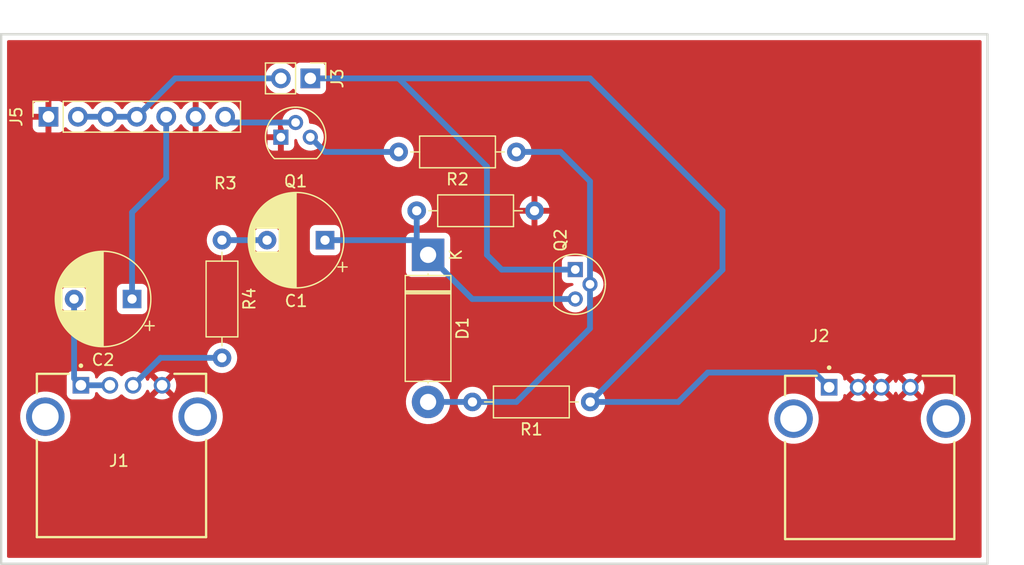
<source format=kicad_pcb>
(kicad_pcb (version 20211014) (generator pcbnew)
  (layers (0 "F.Cu" signal) (31 "B.Cu" signal) (34 "B.Paste" user) (35 "F.Paste" user) (36 "B.SilkS" user "B.Silkscreen") (37 "F.SilkS" user "F.Silkscreen") (38 "B.Mask" user) (39 "F.Mask" user) (44 "Edge.Cuts" user))
  (net 0 "")
  (net 1 "Net-(C1-Pad1)")
  (net 2 "Net-(C1-Pad2)")
  (net 3 "AUDIO L")
  (net 4 "Net-(D1-Pad2)")
  (net 5 "GNDREF")
  (net 6 "Net-(J1-PadS1)")
  (net 7 "+5V")
  (net 8 "Net-(J2-PadS1)")
  (net 9 "AUDIO")
  (net 10 "Net-(Q1-Pad3)")
  (net 11 "VIDEO OUT")
  (net 12 "VIDEO IN")
  (net 13 "Net-(J5-Pad2)")
  (footprint "Resistor_THT:R_Axial_DIN0207_L6.3mm_D2.5mm_P10.16mm_Horizontal" (layer "F.Cu") (at 121.92 91.44 -90)
    (fp_text reference "R4" (at 5.08 -2.37 90) (layer "F.SilkS"))
    (fp_text value "82?")
    (fp_line (start 1.04 0) (end 1.81 0) (layer "F.SilkS") (width 0.12))
    (fp_line (start 9.12 0) (end 8.35 0) (layer "F.SilkS") (width 0.12))
    (fp_line (start 8.35 1.37) (end 8.35 -1.37) (layer "F.SilkS") (width 0.12))
    (fp_line (start 1.81 1.37) (end 8.35 1.37) (layer "F.SilkS") (width 0.12))
    (fp_line (start 8.35 -1.37) (end 1.81 -1.37) (layer "F.SilkS") (width 0.12))
    (fp_line (start 1.81 -1.37) (end 1.81 1.37) (layer "F.SilkS") (width 0.12))
    (pad "1" thru_hole circle locked (at 0 0 270) (size 1.6 1.6) (drill 0.8) (layers *.Cu *.Mask) (net 2 "Net-(C1-Pad2)"))
    (pad "2" thru_hole oval locked (at 10.16 0 270) (size 1.6 1.6) (drill 0.8) (layers *.Cu *.Mask) (net 11 "VIDEO OUT"))
  )
  (footprint "Connector_PinSocket_2.54mm:PinSocket_1x07_P2.54mm_Vertical" (layer "F.Cu") (at 106.95 80.7825 90)
    (fp_text reference "J5" (at 0 -2.77 90) (layer "F.SilkS"))
    (fp_text value "Conn_01x07")
    (fp_line (start -1.33 16.57) (end 1.33 16.57) (layer "F.SilkS") (width 0.12))
    (fp_line (start 0 -1.33) (end 1.33 -1.33) (layer "F.SilkS") (width 0.12))
    (fp_line (start 1.33 -1.33) (end 1.33 0) (layer "F.SilkS") (width 0.12))
    (fp_line (start -1.33 1.27) (end 1.33 1.27) (layer "F.SilkS") (width 0.12))
    (fp_line (start -1.33 1.27) (end -1.33 16.57) (layer "F.SilkS") (width 0.12))
    (fp_line (start 1.33 1.27) (end 1.33 16.57) (layer "F.SilkS") (width 0.12))
    (pad "1" thru_hole rect locked (at 0 0 90) (size 1.7 1.7) (drill 1) (layers *.Cu *.Mask) (net 5 "GNDREF"))
    (pad "2" thru_hole oval locked (at 0 2.54 90) (size 1.7 1.7) (drill 1) (layers *.Cu *.Mask) (net 13 "Net-(J5-Pad2)"))
    (pad "3" thru_hole oval locked (at 0 5.08 90) (size 1.7 1.7) (drill 1) (layers *.Cu *.Mask) (net 13 "Net-(J5-Pad2)"))
    (pad "4" thru_hole oval locked (at 0 7.62 90) (size 1.7 1.7) (drill 1) (layers *.Cu *.Mask) (net 13 "Net-(J5-Pad2)"))
    (pad "5" thru_hole oval locked (at 0 10.16 90) (size 1.7 1.7) (drill 1) (layers *.Cu *.Mask) (net 9 "AUDIO"))
    (pad "6" thru_hole oval locked (at 0 12.7 90) (size 1.7 1.7) (drill 1) (layers *.Cu *.Mask) (net 5 "GNDREF"))
    (pad "7" thru_hole oval locked (at 0 15.24 90) (size 1.7 1.7) (drill 1) (layers *.Cu *.Mask) (net 12 "VIDEO IN"))
  )
  (footprint "Capacitor_THT:CP_Radial_D8.0mm_P5.00mm" (layer "F.Cu") (at 130.81 91.44 180)
    (fp_text reference "C1" (at 2.5 -5.25) (layer "F.SilkS"))
    (fp_text value "220µF")
    (fp_line (start 3.421 -3.976) (end 3.421 3.976) (layer "F.SilkS") (width 0.12))
    (fp_line (start 6.461 -1.098) (end 6.461 1.098) (layer "F.SilkS") (width 0.12))
    (fp_line (start -1.909698 -2.315) (end -1.109698 -2.315) (layer "F.SilkS") (width 0.12))
    (fp_line (start 5.101 -3.156) (end 5.101 -1.04) (layer "F.SilkS") (width 0.12))
    (fp_line (start 5.381 1.04) (end 5.381 2.907) (layer "F.SilkS") (width 0.12))
    (fp_line (start 6.061 -2.034) (end 6.061 2.034) (layer "F.SilkS") (width 0.12))
    (fp_line (start 6.301 -1.552) (end 6.301 1.552) (layer "F.SilkS") (width 0.12))
    (fp_line (start 4.541 1.04) (end 4.541 3.54) (layer "F.SilkS") (width 0.12))
    (fp_line (start 3.501 -3.957) (end 3.501 3.957) (layer "F.SilkS") (width 0.12))
    (fp_line (start 4.421 -3.606) (end 4.421 -1.04) (layer "F.SilkS") (width 0.12))
    (fp_line (start 3.06 -4.042) (end 3.06 4.042) (layer "F.SilkS") (width 0.12))
    (fp_line (start 5.421 1.04) (end 5.421 2.867) (layer "F.SilkS") (width 0.12))
    (fp_line (start 3.821 -3.863) (end 3.821 3.863) (layer "F.SilkS") (width 0.12))
    (fp_line (start -1.509698 -2.715) (end -1.509698 -1.915) (layer "F.SilkS") (width 0.12))
    (fp_line (start 5.941 1.04) (end 5.941 2.228) (layer "F.SilkS") (width 0.12))
    (fp_line (start 4.661 1.04) (end 4.661 3.469) (layer "F.SilkS") (width 0.12))
    (fp_line (start 3.301 -4.002) (end 3.301 4.002) (layer "F.SilkS") (width 0.12))
    (fp_line (start 5.701 1.04) (end 5.701 2.556) (layer "F.SilkS") (width 0.12))
    (fp_line (start 5.941 -2.228) (end 5.941 -1.04) (layer "F.SilkS") (width 0.12))
    (fp_line (start 2.86 -4.065) (end 2.86 4.065) (layer "F.SilkS") (width 0.12))
    (fp_line (start 3.981 -3.805) (end 3.981 -1.04) (layer "F.SilkS") (width 0.12))
    (fp_line (start 5.501 1.04) (end 5.501 2.784) (layer "F.SilkS") (width 0.12))
    (fp_line (start 5.701 -2.556) (end 5.701 -1.04) (layer "F.SilkS") (width 0.12))
    (fp_line (start 5.381 -2.907) (end 5.381 -1.04) (layer "F.SilkS") (width 0.12))
    (fp_line (start 5.181 -3.09) (end 5.181 -1.04) (layer "F.SilkS") (width 0.12))
    (fp_line (start 3.741 -3.889) (end 3.741 3.889) (layer "F.SilkS") (width 0.12))
    (fp_line (start 4.141 1.04) (end 4.141 3.74) (layer "F.SilkS") (width 0.12))
    (fp_line (start 5.021 -3.22) (end 5.021 -1.04) (layer "F.SilkS") (width 0.12))
    (fp_line (start 4.301 1.04) (end 4.301 3.666) (layer "F.SilkS") (width 0.12))
    (fp_line (start 5.781 -2.454) (end 5.781 -1.04) (layer "F.SilkS") (width 0.12))
    (fp_line (start 4.101 1.04) (end 4.101 3.757) (layer "F.SilkS") (width 0.12))
    (fp_line (start 2.98 -4.052) (end 2.98 4.052) (layer "F.SilkS") (width 0.12))
    (fp_line (start 4.941 1.04) (end 4.941 3.28) (layer "F.SilkS") (width 0.12))
    (fp_line (start 5.861 1.04) (end 5.861 2.345) (layer "F.SilkS") (width 0.12))
    (fp_line (start 5.501 -2.784) (end 5.501 -1.04) (layer "F.SilkS") (width 0.12))
    (fp_line (start 4.701 1.04) (end 4.701 3.444) (layer "F.SilkS") (width 0.12))
    (fp_line (start 4.061 -3.774) (end 4.061 -1.04) (layer "F.SilkS") (width 0.12))
    (fp_line (start 5.661 -2.604) (end 5.661 -1.04) (layer "F.SilkS") (width 0.12))
    (fp_line (start 4.741 -3.418) (end 4.741 -1.04) (layer "F.SilkS") (width 0.12))
    (fp_line (start 2.94 -4.057) (end 2.94 4.057) (layer "F.SilkS") (width 0.12))
    (fp_line (start 3.341 -3.994) (end 3.341 3.994) (layer "F.SilkS") (width 0.12))
    (fp_line (start 5.901 -2.287) (end 5.901 -1.04) (layer "F.SilkS") (width 0.12))
    (fp_line (start 4.301 -3.666) (end 4.301 -1.04) (layer "F.SilkS") (width 0.12))
    (fp_line (start 3.18 -4.024) (end 3.18 4.024) (layer "F.SilkS") (width 0.12))
    (fp_line (start 4.901 1.04) (end 4.901 3.309) (layer "F.SilkS") (width 0.12))
    (fp_line (start 4.381 1.04) (end 4.381 3.627) (layer "F.SilkS") (width 0.12))
    (fp_line (start 2.54 -4.08) (end 2.54 4.08) (layer "F.SilkS") (width 0.12))
    (fp_line (start 2.78 -4.071) (end 2.78 4.071) (layer "F.SilkS") (width 0.12))
    (fp_line (start 5.821 -2.4) (end 5.821 -1.04) (layer "F.SilkS") (width 0.12))
    (fp_line (start 5.141 -3.124) (end 5.141 -1.04) (layer "F.SilkS") (width 0.12))
    (fp_line (start 4.901 -3.309) (end 4.901 -1.04) (layer "F.SilkS") (width 0.12))
    (fp_line (start 3.661 -3.914) (end 3.661 3.914) (layer "F.SilkS") (width 0.12))
    (fp_line (start 5.101 1.04) (end 5.101 3.156) (layer "F.SilkS") (width 0.12))
    (fp_line (start 4.021 1.04) (end 4.021 3.79) (layer "F.SilkS") (width 0.12))
    (fp_line (start 4.421 1.04) (end 4.421 3.606) (layer "F.SilkS") (width 0.12))
    (fp_line (start 4.101 -3.757) (end 4.101 -1.04) (layer "F.SilkS") (width 0.12))
    (fp_line (start 5.461 1.04) (end 5.461 2.826) (layer "F.SilkS") (width 0.12))
    (fp_line (start 6.261 -1.645) (end 6.261 1.645) (layer "F.SilkS") (width 0.12))
    (fp_line (start 4.581 -3.517) (end 4.581 -1.04) (layer "F.SilkS") (width 0.12))
    (fp_line (start 5.181 1.04) (end 5.181 3.09) (layer "F.SilkS") (width 0.12))
    (fp_line (start 5.781 1.04) (end 5.781 2.454) (layer "F.SilkS") (width 0.12))
    (fp_line (start 4.341 -3.647) (end 4.341 -1.04) (layer "F.SilkS") (width 0.12))
    (fp_line (start 3.941 -3.821) (end 3.941 3.821) (layer "F.SilkS") (width 0.12))
    (fp_line (start 6.021 1.04) (end 6.021 2.102) (layer "F.SilkS") (width 0.12))
    (fp_line (start 5.421 -2.867) (end 5.421 -1.04) (layer "F.SilkS") (width 0.12))
    (fp_line (start 4.221 1.04) (end 4.221 3.704) (layer "F.SilkS") (width 0.12))
    (fp_line (start 5.621 -2.651) (end 5.621 -1.04) (layer "F.SilkS") (width 0.12))
    (fp_line (start 5.341 1.04) (end 5.341 2.945) (layer "F.SilkS") (width 0.12))
    (fp_line (start 5.301 1.04) (end 5.301 2.983) (layer "F.SilkS") (width 0.12))
    (fp_line (start 5.741 -2.505) (end 5.741 -1.04) (layer "F.SilkS") (width 0.12))
    (fp_line (start 5.861 -2.345) (end 5.861 -1.04) (layer "F.SilkS") (width 0.12))
    (fp_line (start 3.381 -3.985) (end 3.381 3.985) (layer "F.SilkS") (width 0.12))
    (fp_line (start 2.5 -4.08) (end 2.5 4.08) (layer "F.SilkS") (width 0.12))
    (fp_line (start 4.501 1.04) (end 4.501 3.562) (layer "F.SilkS") (width 0.12))
    (fp_line (start 6.421 -1.229) (end 6.421 1.229) (layer "F.SilkS") (width 0.12))
    (fp_line (start 3.14 -4.03) (end 3.14 4.03) (layer "F.SilkS") (width 0.12))
    (fp_line (start 2.66 -4.077) (end 2.66 4.077) (layer "F.SilkS") (width 0.12))
    (fp_line (start 2.74 -4.074) (end 2.74 4.074) (layer "F.SilkS") (width 0.12))
    (fp_line (start 4.541 -3.54) (end 4.541 -1.04) (layer "F.SilkS") (width 0.12))
    (fp_line (start 4.981 1.04) (end 4.981 3.25) (layer "F.SilkS") (width 0.12))
    (fp_line (start 4.981 -3.25) (end 4.981 -1.04) (layer "F.SilkS") (width 0.12))
    (fp_line (start 6.541 -0.768) (end 6.541 0.768) (layer "F.SilkS") (width 0.12))
    (fp_line (start 3.221 -4.017) (end 3.221 4.017) (layer "F.SilkS") (width 0.12))
    (fp_line (start 3.621 -3.925) (end 3.621 3.925) (layer "F.SilkS") (width 0.12))
    (fp_line (start 4.461 -3.584) (end 4.461 -1.04) (layer "F.SilkS") (width 0.12))
    (fp_line (start 2.58 -4.08) (end 2.58 4.08) (layer "F.SilkS") (width 0.12))
    (fp_line (start 4.221 -3.704) (end 4.221 -1.04) (layer "F.SilkS") (width 0.12))
    (fp_line (start 3.701 -3.902) (end 3.701 3.902) (layer "F.SilkS") (width 0.12))
    (fp_line (start 3.541 -3.947) (end 3.541 3.947) (layer "F.SilkS") (width 0.12))
    (fp_line (start 5.581 1.04) (end 5.581 2.697) (layer "F.SilkS") (width 0.12))
    (fp_line (start 4.821 1.04) (end 4.821 3.365) (layer "F.SilkS") (width 0.12))
    (fp_line (start 4.621 -3.493) (end 4.621 -1.04) (layer "F.SilkS") (width 0.12))
    (fp_line (start 6.021 -2.102) (end 6.021 -1.04) (layer "F.SilkS") (width 0.12))
    (fp_line (start 4.941 -3.28) (end 4.941 -1.04) (layer "F.SilkS") (width 0.12))
    (fp_line (start 4.181 -3.722) (end 4.181 -1.04) (layer "F.SilkS") (width 0.12))
    (fp_line (start 4.341 1.04) (end 4.341 3.647) (layer "F.SilkS") (width 0.12))
    (fp_line (start 6.381 -1.346) (end 6.381 1.346) (layer "F.SilkS") (width 0.12))
    (fp_line (start 6.181 -1.813) (end 6.181 1.813) (layer "F.SilkS") (width 0.12))
    (fp_line (start 4.261 -3.686) (end 4.261 -1.04) (layer "F.SilkS") (width 0.12))
    (fp_line (start 4.381 -3.627) (end 4.381 -1.04) (layer "F.SilkS") (width 0.12))
    (fp_line (start 6.501 -0.948) (end 6.501 0.948) (layer "F.SilkS") (width 0.12))
    (fp_line (start 4.181 1.04) (end 4.181 3.722) (layer "F.SilkS") (width 0.12))
    (fp_line (start 6.221 -1.731) (end 6.221 1.731) (layer "F.SilkS") (width 0.12))
    (fp_line (start 4.021 -3.79) (end 4.021 -1.04) (layer "F.SilkS") (width 0.12))
    (fp_line (start 4.821 -3.365) (end 4.821 -1.04) (layer "F.SilkS") (width 0.12))
    (fp_line (start 4.261 1.04) (end 4.261 3.686) (layer "F.SilkS") (width 0.12))
    (fp_line (start 2.82 -4.068) (end 2.82 4.068) (layer "F.SilkS") (width 0.12))
    (fp_line (start 4.861 -3.338) (end 4.861 -1.04) (layer "F.SilkS") (width 0.12))
    (fp_line (start 4.861 1.04) (end 4.861 3.338) (layer "F.SilkS") (width 0.12))
    (fp_line (start 5.541 -2.741) (end 5.541 -1.04) (layer "F.SilkS") (width 0.12))
    (fp_line (start 6.141 -1.89) (end 6.141 1.89) (layer "F.SilkS") (width 0.12))
    (fp_line (start 3.02 -4.048) (end 3.02 4.048) (layer "F.SilkS") (width 0.12))
    (fp_line (start 4.701 -3.444) (end 4.701 -1.04) (layer "F.SilkS") (width 0.12))
    (fp_line (start 4.061 1.04) (end 4.061 3.774) (layer "F.SilkS") (width 0.12))
    (fp_line (start 2.7 -4.076) (end 2.7 4.076) (layer "F.SilkS") (width 0.12))
    (fp_line (start 4.661 -3.469) (end 4.661 -1.04) (layer "F.SilkS") (width 0.12))
    (fp_line (start 5.221 -3.055) (end 5.221 -1.04) (layer "F.SilkS") (width 0.12))
    (fp_line (start 5.661 1.04) (end 5.661 2.604) (layer "F.SilkS") (width 0.12))
    (fp_line (start 4.461 1.04) (end 4.461 3.584) (layer "F.SilkS") (width 0.12))
    (fp_line (start 6.101 -1.964) (end 6.101 1.964) (layer "F.SilkS") (width 0.12))
    (fp_line (start 5.901 1.04) (end 5.901 2.287) (layer "F.SilkS") (width 0.12))
    (fp_line (start 4.501 -3.562) (end 4.501 -1.04) (layer "F.SilkS") (width 0.12))
    (fp_line (start 5.261 1.04) (end 5.261 3.019) (layer "F.SilkS") (width 0.12))
    (fp_line (start 5.981 -2.166) (end 5.981 -1.04) (layer "F.SilkS") (width 0.12))
    (fp_line (start 3.261 -4.01) (end 3.261 4.01) (layer "F.SilkS") (width 0.12))
    (fp_line (start 4.621 1.04) (end 4.621 3.493) (layer "F.SilkS") (width 0.12))
    (fp_line (start 2.9 -4.061) (end 2.9 4.061) (layer "F.SilkS") (width 0.12))
    (fp_line (start 5.261 -3.019) (end 5.261 -1.04) (layer "F.SilkS") (width 0.12))
    (fp_line (start 4.581 1.04) (end 4.581 3.517) (layer "F.SilkS") (width 0.12))
    (fp_line (start 4.141 -3.74) (end 4.141 -1.04) (layer "F.SilkS") (width 0.12))
    (fp_line (start 5.541 1.04) (end 5.541 2.741) (layer "F.SilkS") (width 0.12))
    (fp_line (start 4.781 -3.392) (end 4.781 -1.04) (layer "F.SilkS") (width 0.12))
    (fp_line (start 5.461 -2.826) (end 5.461 -1.04) (layer "F.SilkS") (width 0.12))
    (fp_line (start 3.461 -3.967) (end 3.461 3.967) (layer "F.SilkS") (width 0.12))
    (fp_line (start 6.341 -1.453) (end 6.341 1.453) (layer "F.SilkS") (width 0.12))
    (fp_line (start 3.1 -4.037) (end 3.1 4.037) (layer "F.SilkS") (width 0.12))
    (fp_line (start 5.981 1.04) (end 5.981 2.166) (layer "F.SilkS") (width 0.12))
    (fp_line (start 5.221 1.04) (end 5.221 3.055) (layer "F.SilkS") (width 0.12))
    (fp_line (start 5.821 1.04) (end 5.821 2.4) (layer "F.SilkS") (width 0.12))
    (fp_line (start 3.581 -3.936) (end 3.581 3.936) (layer "F.SilkS") (width 0.12))
    (fp_line (start 5.301 -2.983) (end 5.301 -1.04) (layer "F.SilkS") (width 0.12))
    (fp_line (start 6.581 -0.533) (end 6.581 0.533) (layer "F.SilkS") (width 0.12))
    (fp_line (start 5.061 1.04) (end 5.061 3.189) (layer "F.SilkS") (width 0.12))
    (fp_line (start 5.741 1.04) (end 5.741 2.505) (layer "F.SilkS") (width 0.12))
    (fp_line (start 5.621 1.04) (end 5.621 2.651) (layer "F.SilkS") (width 0.12))
    (fp_line (start 3.981 1.04) (end 3.981 3.805) (layer "F.SilkS") (width 0.12))
    (fp_line (start 5.581 -2.697) (end 5.581 -1.04) (layer "F.SilkS") (width 0.12))
    (fp_line (start 5.141 1.04) (end 5.141 3.124) (layer "F.SilkS") (width 0.12))
    (fp_line (start 2.62 -4.079) (end 2.62 4.079) (layer "F.SilkS") (width 0.12))
    (fp_line (start 5.341 -2.945) (end 5.341 -1.04) (layer "F.SilkS") (width 0.12))
    (fp_line (start 4.781 1.04) (end 4.781 3.392) (layer "F.SilkS") (width 0.12))
    (fp_line (start 5.061 -3.189) (end 5.061 -1.04) (layer "F.SilkS") (width 0.12))
    (fp_line (start 3.781 -3.877) (end 3.781 3.877) (layer "F.SilkS") (width 0.12))
    (fp_line (start 4.741 1.04) (end 4.741 3.418) (layer "F.SilkS") (width 0.12))
    (fp_line (start 3.901 -3.835) (end 3.901 3.835) (layer "F.SilkS") (width 0.12))
    (fp_line (start 5.021 1.04) (end 5.021 3.22) (layer "F.SilkS") (width 0.12))
    (fp_line (start 3.861 -3.85) (end 3.861 3.85) (layer "F.SilkS") (width 0.12))
    (fp_circle (center 2.5 0) (end 6.62 0) (layer "F.SilkS") (width 0.12) (fill none))
    (pad "1" thru_hole rect locked (at 0 0 180) (size 1.6 1.6) (drill 0.8) (layers *.Cu *.Mask) (net 1 "Net-(C1-Pad1)"))
    (pad "2" thru_hole circle locked (at 5 0 180) (size 1.6 1.6) (drill 0.8) (layers *.Cu *.Mask) (net 2 "Net-(C1-Pad2)"))
  )
  (footprint "Resistor_THT:R_Axial_DIN0207_L6.3mm_D2.5mm_P10.16mm_Horizontal" (layer "F.Cu") (at 138.72 88.9)
    (fp_text reference "R3" (at -16.51 -2.37) (layer "F.SilkS"))
    (fp_text value "68")
    (fp_line (start 8.35 1.37) (end 8.35 -1.37) (layer "F.SilkS") (width 0.12))
    (fp_line (start 1.81 -1.37) (end 1.81 1.37) (layer "F.SilkS") (width 0.12))
    (fp_line (start 9.12 0) (end 8.35 0) (layer "F.SilkS") (width 0.12))
    (fp_line (start 1.81 1.37) (end 8.35 1.37) (layer "F.SilkS") (width 0.12))
    (fp_line (start 8.35 -1.37) (end 1.81 -1.37) (layer "F.SilkS") (width 0.12))
    (fp_line (start 1.04 0) (end 1.81 0) (layer "F.SilkS") (width 0.12))
    (pad "1" thru_hole circle locked (at 0 0) (size 1.6 1.6) (drill 0.8) (layers *.Cu *.Mask) (net 1 "Net-(C1-Pad1)"))
    (pad "2" thru_hole oval locked (at 10.16 0) (size 1.6 1.6) (drill 0.8) (layers *.Cu *.Mask) (net 5 "GNDREF"))
  )
  (footprint "USB-A-S-X-X-TH:SAMTEC_USB-A-S-X-X-TH" (layer "F.Cu") (at 177.8 106.85)
    (fp_text reference "J2" (at -4.325 -7.135) (layer "F.SilkS"))
    (fp_text value "USB-A-S-X-X-TH")
    (fp_line (start -7.3 -3.7) (end -4.565 -3.7) (layer "F.SilkS") (width 0.2))
    (fp_line (start -7.3 10.4) (end -7.3 2.01) (layer "F.SilkS") (width 0.2))
    (fp_line (start -7.3 -2.01) (end -7.3 -3.7) (layer "F.SilkS") (width 0.2))
    (fp_line (start 7.3 2.01) (end 7.3 10.4) (layer "F.SilkS") (width 0.2))
    (fp_line (start 7.3 -3.7) (end 7.3 -2.01) (layer "F.SilkS") (width 0.2))
    (fp_line (start 7.3 10.4) (end -7.3 10.4) (layer "F.SilkS") (width 0.2))
    (fp_line (start 4.565 -3.7) (end 7.3 -3.7) (layer "F.SilkS") (width 0.2))
    (fp_circle (center -3.5 -4.4) (end -3.4 -4.4) (layer "F.SilkS") (width 0.2) (fill none))
    (pad "01" thru_hole rect locked (at -3.5 -2.71) (size 1.428 1.428) (drill 0.92) (layers *.Cu *.Mask) (net 7 "+5V"))
    (pad "02" thru_hole circle locked (at -1 -2.71) (size 1.428 1.428) (drill 0.92) (layers *.Cu *.Mask) (net 5 "GNDREF"))
    (pad "03" thru_hole circle locked (at 1 -2.71) (size 1.428 1.428) (drill 0.92) (layers *.Cu *.Mask) (net 5 "GNDREF"))
    (pad "04" thru_hole circle locked (at 3.5 -2.71) (size 1.428 1.428) (drill 0.92) (layers *.Cu *.Mask) (net 5 "GNDREF"))
    (pad "S1" thru_hole circle locked (at -6.57 0) (size 3.316 3.316) (drill 2.3) (layers *.Cu *.Mask) (net 8 "Net-(J2-PadS1)"))
    (pad "S2" thru_hole circle locked (at 6.57 0) (size 3.316 3.316) (drill 2.3) (layers *.Cu *.Mask) (net 8 "Net-(J2-PadS1)"))
  )
  (footprint "Capacitor_THT:CP_Radial_D8.0mm_P5.00mm" (layer "F.Cu") (at 114.162651 96.52 180)
    (fp_text reference "C2" (at 2.5 -5.25) (layer "F.SilkS"))
    (fp_text value "47µF")
    (fp_line (start 5.581 -2.697) (end 5.581 -1.04) (layer "F.SilkS") (width 0.12))
    (fp_line (start 3.301 -4.002) (end 3.301 4.002) (layer "F.SilkS") (width 0.12))
    (fp_line (start 4.541 -3.54) (end 4.541 -1.04) (layer "F.SilkS") (width 0.12))
    (fp_line (start 6.581 -0.533) (end 6.581 0.533) (layer "F.SilkS") (width 0.12))
    (fp_line (start 5.221 -3.055) (end 5.221 -1.04) (layer "F.SilkS") (width 0.12))
    (fp_line (start 4.901 1.04) (end 4.901 3.309) (layer "F.SilkS") (width 0.12))
    (fp_line (start 5.701 1.04) (end 5.701 2.556) (layer "F.SilkS") (width 0.12))
    (fp_line (start 5.061 -3.189) (end 5.061 -1.04) (layer "F.SilkS") (width 0.12))
    (fp_line (start 3.02 -4.048) (end 3.02 4.048) (layer "F.SilkS") (width 0.12))
    (fp_line (start 5.461 -2.826) (end 5.461 -1.04) (layer "F.SilkS") (width 0.12))
    (fp_line (start 6.301 -1.552) (end 6.301 1.552) (layer "F.SilkS") (width 0.12))
    (fp_line (start 2.82 -4.068) (end 2.82 4.068) (layer "F.SilkS") (width 0.12))
    (fp_line (start 5.621 -2.651) (end 5.621 -1.04) (layer "F.SilkS") (width 0.12))
    (fp_line (start 4.221 1.04) (end 4.221 3.704) (layer "F.SilkS") (width 0.12))
    (fp_line (start 6.341 -1.453) (end 6.341 1.453) (layer "F.SilkS") (width 0.12))
    (fp_line (start 5.541 -2.741) (end 5.541 -1.04) (layer "F.SilkS") (width 0.12))
    (fp_line (start 4.261 1.04) (end 4.261 3.686) (layer "F.SilkS") (width 0.12))
    (fp_line (start 6.021 1.04) (end 6.021 2.102) (layer "F.SilkS") (width 0.12))
    (fp_line (start 4.341 1.04) (end 4.341 3.647) (layer "F.SilkS") (width 0.12))
    (fp_line (start 5.421 1.04) (end 5.421 2.867) (layer "F.SilkS") (width 0.12))
    (fp_line (start 4.301 1.04) (end 4.301 3.666) (layer "F.SilkS") (width 0.12))
    (fp_line (start 3.941 -3.821) (end 3.941 3.821) (layer "F.SilkS") (width 0.12))
    (fp_line (start 4.981 -3.25) (end 4.981 -1.04) (layer "F.SilkS") (width 0.12))
    (fp_line (start 5.421 -2.867) (end 5.421 -1.04) (layer "F.SilkS") (width 0.12))
    (fp_line (start 5.901 -2.287) (end 5.901 -1.04) (layer "F.SilkS") (width 0.12))
    (fp_line (start 2.66 -4.077) (end 2.66 4.077) (layer "F.SilkS") (width 0.12))
    (fp_line (start 5.101 1.04) (end 5.101 3.156) (layer "F.SilkS") (width 0.12))
    (fp_line (start 3.821 -3.863) (end 3.821 3.863) (layer "F.SilkS") (width 0.12))
    (fp_line (start 5.821 1.04) (end 5.821 2.4) (layer "F.SilkS") (width 0.12))
    (fp_line (start 5.981 1.04) (end 5.981 2.166) (layer "F.SilkS") (width 0.12))
    (fp_line (start 5.381 -2.907) (end 5.381 -1.04) (layer "F.SilkS") (width 0.12))
    (fp_line (start 5.861 -2.345) (end 5.861 -1.04) (layer "F.SilkS") (width 0.12))
    (fp_line (start 3.461 -3.967) (end 3.461 3.967) (layer "F.SilkS") (width 0.12))
    (fp_line (start 5.101 -3.156) (end 5.101 -1.04) (layer "F.SilkS") (width 0.12))
    (fp_line (start 3.621 -3.925) (end 3.621 3.925) (layer "F.SilkS") (width 0.12))
    (fp_line (start 4.741 1.04) (end 4.741 3.418) (layer "F.SilkS") (width 0.12))
    (fp_line (start 4.781 1.04) (end 4.781 3.392) (layer "F.SilkS") (width 0.12))
    (fp_line (start 5.381 1.04) (end 5.381 2.907) (layer "F.SilkS") (width 0.12))
    (fp_line (start 4.701 1.04) (end 4.701 3.444) (layer "F.SilkS") (width 0.12))
    (fp_line (start 5.781 1.04) (end 5.781 2.454) (layer "F.SilkS") (width 0.12))
    (fp_line (start 4.581 1.04) (end 4.581 3.517) (layer "F.SilkS") (width 0.12))
    (fp_line (start 6.541 -0.768) (end 6.541 0.768) (layer "F.SilkS") (width 0.12))
    (fp_line (start 3.541 -3.947) (end 3.541 3.947) (layer "F.SilkS") (width 0.12))
    (fp_line (start 4.661 1.04) (end 4.661 3.469) (layer "F.SilkS") (width 0.12))
    (fp_line (start 4.181 -3.722) (end 4.181 -1.04) (layer "F.SilkS") (width 0.12))
    (fp_line (start 2.5 -4.08) (end 2.5 4.08) (layer "F.SilkS") (width 0.12))
    (fp_line (start 2.74 -4.074) (end 2.74 4.074) (layer "F.SilkS") (width 0.12))
    (fp_line (start -1.909698 -2.315) (end -1.109698 -2.315) (layer "F.SilkS") (width 0.12))
    (fp_line (start 2.98 -4.052) (end 2.98 4.052) (layer "F.SilkS") (width 0.12))
    (fp_line (start 6.021 -2.102) (end 6.021 -1.04) (layer "F.SilkS") (width 0.12))
    (fp_line (start 6.181 -1.813) (end 6.181 1.813) (layer "F.SilkS") (width 0.12))
    (fp_line (start 6.101 -1.964) (end 6.101 1.964) (layer "F.SilkS") (width 0.12))
    (fp_line (start 3.861 -3.85) (end 3.861 3.85) (layer "F.SilkS") (width 0.12))
    (fp_line (start 6.421 -1.229) (end 6.421 1.229) (layer "F.SilkS") (width 0.12))
    (fp_line (start 5.621 1.04) (end 5.621 2.651) (layer "F.SilkS") (width 0.12))
    (fp_line (start 5.261 1.04) (end 5.261 3.019) (layer "F.SilkS") (width 0.12))
    (fp_line (start 6.381 -1.346) (end 6.381 1.346) (layer "F.SilkS") (width 0.12))
    (fp_line (start 3.701 -3.902) (end 3.701 3.902) (layer "F.SilkS") (width 0.12))
    (fp_line (start 4.541 1.04) (end 4.541 3.54) (layer "F.SilkS") (width 0.12))
    (fp_line (start 5.941 1.04) (end 5.941 2.228) (layer "F.SilkS") (width 0.12))
    (fp_line (start 5.501 -2.784) (end 5.501 -1.04) (layer "F.SilkS") (width 0.12))
    (fp_line (start 5.861 1.04) (end 5.861 2.345) (layer "F.SilkS") (width 0.12))
    (fp_line (start 4.821 -3.365) (end 4.821 -1.04) (layer "F.SilkS") (width 0.12))
    (fp_line (start 2.9 -4.061) (end 2.9 4.061) (layer "F.SilkS") (width 0.12))
    (fp_line (start 6.461 -1.098) (end 6.461 1.098) (layer "F.SilkS") (width 0.12))
    (fp_line (start 4.381 -3.627) (end 4.381 -1.04) (layer "F.SilkS") (width 0.12))
    (fp_line (start 4.661 -3.469) (end 4.661 -1.04) (layer "F.SilkS") (width 0.12))
    (fp_line (start 3.18 -4.024) (end 3.18 4.024) (layer "F.SilkS") (width 0.12))
    (fp_line (start 5.941 -2.228) (end 5.941 -1.04) (layer "F.SilkS") (width 0.12))
    (fp_line (start 4.941 1.04) (end 4.941 3.28) (layer "F.SilkS") (width 0.12))
    (fp_line (start 5.301 1.04) (end 5.301 2.983) (layer "F.SilkS") (width 0.12))
    (fp_line (start 2.86 -4.065) (end 2.86 4.065) (layer "F.SilkS") (width 0.12))
    (fp_line (start 3.06 -4.042) (end 3.06 4.042) (layer "F.SilkS") (width 0.12))
    (fp_line (start 5.301 -2.983) (end 5.301 -1.04) (layer "F.SilkS") (width 0.12))
    (fp_line (start 5.341 1.04) (end 5.341 2.945) (layer "F.SilkS") (width 0.12))
    (fp_line (start 5.661 -2.604) (end 5.661 -1.04) (layer "F.SilkS") (width 0.12))
    (fp_line (start 4.221 -3.704) (end 4.221 -1.04) (layer "F.SilkS") (width 0.12))
    (fp_line (start 5.981 -2.166) (end 5.981 -1.04) (layer "F.SilkS") (width 0.12))
    (fp_line (start 3.901 -3.835) (end 3.901 3.835) (layer "F.SilkS") (width 0.12))
    (fp_line (start 5.061 1.04) (end 5.061 3.189) (layer "F.SilkS") (width 0.12))
    (fp_line (start 4.421 -3.606) (end 4.421 -1.04) (layer "F.SilkS") (width 0.12))
    (fp_line (start 5.181 1.04) (end 5.181 3.09) (layer "F.SilkS") (width 0.12))
    (fp_line (start 4.621 1.04) (end 4.621 3.493) (layer "F.SilkS") (width 0.12))
    (fp_line (start 4.381 1.04) (end 4.381 3.627) (layer "F.SilkS") (width 0.12))
    (fp_line (start 4.861 -3.338) (end 4.861 -1.04) (layer "F.SilkS") (width 0.12))
    (fp_line (start 4.341 -3.647) (end 4.341 -1.04) (layer "F.SilkS") (width 0.12))
    (fp_line (start 5.581 1.04) (end 5.581 2.697) (layer "F.SilkS") (width 0.12))
    (fp_line (start 3.341 -3.994) (end 3.341 3.994) (layer "F.SilkS") (width 0.12))
    (fp_line (start 3.221 -4.017) (end 3.221 4.017) (layer "F.SilkS") (width 0.12))
    (fp_line (start 3.501 -3.957) (end 3.501 3.957) (layer "F.SilkS") (width 0.12))
    (fp_line (start 4.781 -3.392) (end 4.781 -1.04) (layer "F.SilkS") (width 0.12))
    (fp_line (start 5.821 -2.4) (end 5.821 -1.04) (layer "F.SilkS") (width 0.12))
    (fp_line (start 4.021 1.04) (end 4.021 3.79) (layer "F.SilkS") (width 0.12))
    (fp_line (start 6.501 -0.948) (end 6.501 0.948) (layer "F.SilkS") (width 0.12))
    (fp_line (start 2.58 -4.08) (end 2.58 4.08) (layer "F.SilkS") (width 0.12))
    (fp_line (start 3.581 -3.936) (end 3.581 3.936) (layer "F.SilkS") (width 0.12))
    (fp_line (start 6.221 -1.731) (end 6.221 1.731) (layer "F.SilkS") (width 0.12))
    (fp_line (start 4.021 -3.79) (end 4.021 -1.04) (layer "F.SilkS") (width 0.12))
    (fp_line (start 4.461 1.04) (end 4.461 3.584) (layer "F.SilkS") (width 0.12))
    (fp_line (start 3.661 -3.914) (end 3.661 3.914) (layer "F.SilkS") (width 0.12))
    (fp_line (start 5.781 -2.454) (end 5.781 -1.04) (layer "F.SilkS") (width 0.12))
    (fp_line (start 4.101 -3.757) (end 4.101 -1.04) (layer "F.SilkS") (width 0.12))
    (fp_line (start 5.901 1.04) (end 5.901 2.287) (layer "F.SilkS") (width 0.12))
    (fp_line (start 4.581 -3.517) (end 4.581 -1.04) (layer "F.SilkS") (width 0.12))
    (fp_line (start 5.221 1.04) (end 5.221 3.055) (layer "F.SilkS") (width 0.12))
    (fp_line (start 5.701 -2.556) (end 5.701 -1.04) (layer "F.SilkS") (width 0.12))
    (fp_line (start 5.461 1.04) (end 5.461 2.826) (layer "F.SilkS") (width 0.12))
    (fp_line (start 4.261 -3.686) (end 4.261 -1.04) (layer "F.SilkS") (width 0.12))
    (fp_line (start 2.94 -4.057) (end 2.94 4.057) (layer "F.SilkS") (width 0.12))
    (fp_line (start 2.78 -4.071) (end 2.78 4.071) (layer "F.SilkS") (width 0.12))
    (fp_line (start 6.261 -1.645) (end 6.261 1.645) (layer "F.SilkS") (width 0.12))
    (fp_line (start 2.7 -4.076) (end 2.7 4.076) (layer "F.SilkS") (width 0.12))
    (fp_line (start 5.501 1.04) (end 5.501 2.784) (layer "F.SilkS") (width 0.12))
    (fp_line (start 4.141 1.04) (end 4.141 3.74) (layer "F.SilkS") (width 0.12))
    (fp_line (start 4.741 -3.418) (end 4.741 -1.04) (layer "F.SilkS") (width 0.12))
    (fp_line (start 5.181 -3.09) (end 5.181 -1.04) (layer "F.SilkS") (width 0.12))
    (fp_line (start 4.061 -3.774) (end 4.061 -1.04) (layer "F.SilkS") (width 0.12))
    (fp_line (start 5.141 -3.124) (end 5.141 -1.04) (layer "F.SilkS") (width 0.12))
    (fp_line (start 4.421 1.04) (end 4.421 3.606) (layer "F.SilkS") (width 0.12))
    (fp_line (start 3.781 -3.877) (end 3.781 3.877) (layer "F.SilkS") (width 0.12))
    (fp_line (start 4.301 -3.666) (end 4.301 -1.04) (layer "F.SilkS") (width 0.12))
    (fp_line (start 4.501 1.04) (end 4.501 3.562) (layer "F.SilkS") (width 0.12))
    (fp_line (start 3.14 -4.03) (end 3.14 4.03) (layer "F.SilkS") (width 0.12))
    (fp_line (start 3.381 -3.985) (end 3.381 3.985) (layer "F.SilkS") (width 0.12))
    (fp_line (start 3.421 -3.976) (end 3.421 3.976) (layer "F.SilkS") (width 0.12))
    (fp_line (start 4.181 1.04) (end 4.181 3.722) (layer "F.SilkS") (width 0.12))
    (fp_line (start -1.509698 -2.715) (end -1.509698 -1.915) (layer "F.SilkS") (width 0.12))
    (fp_line (start 4.821 1.04) (end 4.821 3.365) (layer "F.SilkS") (width 0.12))
    (fp_line (start 5.741 -2.505) (end 5.741 -1.04) (layer "F.SilkS") (width 0.12))
    (fp_line (start 5.021 -3.22) (end 5.021 -1.04) (layer "F.SilkS") (width 0.12))
    (fp_line (start 6.141 -1.89) (end 6.141 1.89) (layer "F.SilkS") (width 0.12))
    (fp_line (start 4.901 -3.309) (end 4.901 -1.04) (layer "F.SilkS") (width 0.12))
    (fp_line (start 5.341 -2.945) (end 5.341 -1.04) (layer "F.SilkS") (width 0.12))
    (fp_line (start 6.061 -2.034) (end 6.061 2.034) (layer "F.SilkS") (width 0.12))
    (fp_line (start 2.54 -4.08) (end 2.54 4.08) (layer "F.SilkS") (width 0.12))
    (fp_line (start 5.021 1.04) (end 5.021 3.22) (layer "F.SilkS") (width 0.12))
    (fp_line (start 3.741 -3.889) (end 3.741 3.889) (layer "F.SilkS") (width 0.12))
    (fp_line (start 5.741 1.04) (end 5.741 2.505) (layer "F.SilkS") (width 0.12))
    (fp_line (start 4.461 -3.584) (end 4.461 -1.04) (layer "F.SilkS") (width 0.12))
    (fp_line (start 4.101 1.04) (end 4.101 3.757) (layer "F.SilkS") (width 0.12))
    (fp_line (start 3.261 -4.01) (end 3.261 4.01) (layer "F.SilkS") (width 0.12))
    (fp_line (start 4.621 -3.493) (end 4.621 -1.04) (layer "F.SilkS") (width 0.12))
    (fp_line (start 3.1 -4.037) (end 3.1 4.037) (layer "F.SilkS") (width 0.12))
    (fp_line (start 5.661 1.04) (end 5.661 2.604) (layer "F.SilkS") (width 0.12))
    (fp_line (start 5.541 1.04) (end 5.541 2.741) (layer "F.SilkS") (width 0.12))
    (fp_line (start 2.62 -4.079) (end 2.62 4.079) (layer "F.SilkS") (width 0.12))
    (fp_line (start 4.061 1.04) (end 4.061 3.774) (layer "F.SilkS") (width 0.12))
    (fp_line (start 4.141 -3.74) (end 4.141 -1.04) (layer "F.SilkS") (width 0.12))
    (fp_line (start 4.701 -3.444) (end 4.701 -1.04) (layer "F.SilkS") (width 0.12))
    (fp_line (start 4.941 -3.28) (end 4.941 -1.04) (layer "F.SilkS") (width 0.12))
    (fp_line (start 3.981 1.04) (end 3.981 3.805) (layer "F.SilkS") (width 0.12))
    (fp_line (start 4.501 -3.562) (end 4.501 -1.04) (layer "F.SilkS") (width 0.12))
    (fp_line (start 4.981 1.04) (end 4.981 3.25) (layer "F.SilkS") (width 0.12))
    (fp_line (start 3.981 -3.805) (end 3.981 -1.04) (layer "F.SilkS") (width 0.12))
    (fp_line (start 5.141 1.04) (end 5.141 3.124) (layer "F.SilkS") (width 0.12))
    (fp_line (start 4.861 1.04) (end 4.861 3.338) (layer "F.SilkS") (width 0.12))
    (fp_line (start 5.261 -3.019) (end 5.261 -1.04) (layer "F.SilkS") (width 0.12))
    (fp_circle (center 2.5 0) (end 6.62 0) (layer "F.SilkS") (width 0.12) (fill none))
    (pad "1" thru_hole rect locked (at 0 0 180) (size 1.6 1.6) (drill 0.8) (layers *.Cu *.Mask) (net 9 "AUDIO"))
    (pad "2" thru_hole circle locked (at 5 0 180) (size 1.6 1.6) (drill 0.8) (layers *.Cu *.Mask) (net 3 "AUDIO L"))
  )
  (footprint "Diode_THT:D_5W_P12.70mm_Horizontal" (layer "F.Cu") (at 139.7 92.71 -90)
    (fp_text reference "D1" (at 6.35 -2.97 90) (layer "F.SilkS"))
    (fp_text value "DIODE")
    (fp_text user "K" (at 0 -2.4 90) (layer "F.SilkS"))
    (fp_line (start 3.115 -1.97) (end 3.115 1.97) (layer "F.SilkS") (width 0.12))
    (fp_line (start 3.355 -1.97) (end 3.355 1.97) (layer "F.SilkS") (width 0.12))
    (fp_line (start 11.06 0) (end 10.92 0) (layer "F.SilkS") (width 0.12))
    (fp_line (start 10.92 -1.97) (end 1.78 -1.97) (layer "F.SilkS") (width 0.12))
    (fp_line (start 1.78 1.97) (end 10.92 1.97) (layer "F.SilkS") (width 0.12))
    (fp_line (start 3.235 -1.97) (end 3.235 1.97) (layer "F.SilkS") (width 0.12))
    (fp_line (start 1.64 0) (end 1.78 0) (layer "F.SilkS") (width 0.12))
    (fp_line (start 1.78 -1.97) (end 1.78 1.97) (layer "F.SilkS") (width 0.12))
    (fp_line (start 10.92 1.97) (end 10.92 -1.97) (layer "F.SilkS") (width 0.12))
    (pad "1" thru_hole rect locked (at 0 0 270) (size 2.8 2.8) (drill 1.4) (layers *.Cu *.Mask) (net 1 "Net-(C1-Pad1)"))
    (pad "2" thru_hole oval locked (at 12.7 0 270) (size 2.8 2.8) (drill 1.4) (layers *.Cu *.Mask) (net 4 "Net-(D1-Pad2)"))
  )
  (footprint "Resistor_THT:R_Axial_DIN0207_L6.3mm_D2.5mm_P10.16mm_Horizontal" (layer "F.Cu") (at 153.69 105.41 180)
    (fp_text reference "R1" (at 5.08 -2.37) (layer "F.SilkS"))
    (fp_text value "2200")
    (fp_line (start 1.04 0) (end 1.81 0) (layer "F.SilkS") (width 0.12))
    (fp_line (start 1.81 -1.37) (end 1.81 1.37) (layer "F.SilkS") (width 0.12))
    (fp_line (start 9.12 0) (end 8.35 0) (layer "F.SilkS") (width 0.12))
    (fp_line (start 1.81 1.37) (end 8.35 1.37) (layer "F.SilkS") (width 0.12))
    (fp_line (start 8.35 -1.37) (end 1.81 -1.37) (layer "F.SilkS") (width 0.12))
    (fp_line (start 8.35 1.37) (end 8.35 -1.37) (layer "F.SilkS") (width 0.12))
    (pad "1" thru_hole circle locked (at 0 0 180) (size 1.6 1.6) (drill 0.8) (layers *.Cu *.Mask) (net 7 "+5V"))
    (pad "2" thru_hole oval locked (at 10.16 0 180) (size 1.6 1.6) (drill 0.8) (layers *.Cu *.Mask) (net 4 "Net-(D1-Pad2)"))
  )
  (footprint "Connector_PinHeader_2.54mm:PinHeader_1x02_P2.54mm_Vertical" (layer "F.Cu") (at 129.54 77.47 -90)
    (fp_text reference "J3" (at 0 -2.33 90) (layer "F.SilkS"))
    (fp_text value "Conn_01x02_Male")
    (fp_line (start -1.33 -1.33) (end 0 -1.33) (layer "F.SilkS") (width 0.12))
    (fp_line (start -1.33 1.27) (end 1.33 1.27) (layer "F.SilkS") (width 0.12))
    (fp_line (start -1.33 1.27) (end -1.33 3.87) (layer "F.SilkS") (width 0.12))
    (fp_line (start 1.33 1.27) (end 1.33 3.87) (layer "F.SilkS") (width 0.12))
    (fp_line (start -1.33 3.87) (end 1.33 3.87) (layer "F.SilkS") (width 0.12))
    (fp_line (start -1.33 0) (end -1.33 -1.33) (layer "F.SilkS") (width 0.12))
    (pad "1" thru_hole rect locked (at 0 0 270) (size 1.7 1.7) (drill 1) (layers *.Cu *.Mask) (net 7 "+5V"))
    (pad "2" thru_hole oval locked (at 0 2.54 270) (size 1.7 1.7) (drill 1) (layers *.Cu *.Mask) (net 13 "Net-(J5-Pad2)"))
  )
  (footprint "USB-A-S-X-X-TH:SAMTEC_USB-A-S-X-X-TH" (layer "F.Cu") (at 113.25 106.68)
    (fp_text reference "J1" (at -0.22 3.81) (layer "F.SilkS"))
    (fp_text value "USB-A-S-X-X-TH")
    (fp_line (start -7.3 -2.01) (end -7.3 -3.7) (layer "F.SilkS") (width 0.2))
    (fp_line (start 7.3 -3.7) (end 7.3 -2.01) (layer "F.SilkS") (width 0.2))
    (fp_line (start 7.3 2.01) (end 7.3 10.4) (layer "F.SilkS") (width 0.2))
    (fp_line (start -7.3 10.4) (end -7.3 2.01) (layer "F.SilkS") (width 0.2))
    (fp_line (start 7.3 10.4) (end -7.3 10.4) (layer "F.SilkS") (width 0.2))
    (fp_line (start 4.565 -3.7) (end 7.3 -3.7) (layer "F.SilkS") (width 0.2))
    (fp_line (start -7.3 -3.7) (end -4.565 -3.7) (layer "F.SilkS") (width 0.2))
    (fp_circle (center -3.5 -4.4) (end -3.4 -4.4) (layer "F.SilkS") (width 0.2) (fill none))
    (pad "01" thru_hole rect locked (at -3.5 -2.71) (size 1.428 1.428) (drill 0.92) (layers *.Cu *.Mask) (net 3 "AUDIO L"))
    (pad "02" thru_hole circle locked (at -1 -2.71) (size 1.428 1.428) (drill 0.92) (layers *.Cu *.Mask) (net 3 "AUDIO L"))
    (pad "03" thru_hole circle locked (at 1 -2.71) (size 1.428 1.428) (drill 0.92) (layers *.Cu *.Mask) (net 11 "VIDEO OUT"))
    (pad "04" thru_hole circle locked (at 3.5 -2.71) (size 1.428 1.428) (drill 0.92) (layers *.Cu *.Mask) (net 5 "GNDREF"))
    (pad "S1" thru_hole circle locked (at -6.57 0) (size 3.316 3.316) (drill 2.3) (layers *.Cu *.Mask) (net 6 "Net-(J1-PadS1)"))
    (pad "S2" thru_hole circle locked (at 6.57 0) (size 3.316 3.316) (drill 2.3) (layers *.Cu *.Mask) (net 6 "Net-(J1-PadS1)"))
  )
  (footprint "Package_TO_SOT_THT:TO-92" (layer "F.Cu") (at 127 82.55)
    (fp_text reference "Q1" (at 1.27 3.81) (layer "F.SilkS"))
    (fp_text value "Q_PNP_CBE")
    (fp_line (start -0.53 1.85) (end 3.07 1.85) (layer "F.SilkS") (width 0.12))
    (fp_arc (start 1.27 -2.6) (mid 3.672087 -0.994977) (end 3.108478 1.838478) (layer "F.SilkS") (width 0.12))
    (fp_arc (start -0.568478 1.838478) (mid -1.132087 -0.994977) (end 1.27 -2.6) (layer "F.SilkS") (width 0.12))
    (pad "1" thru_hole rect locked (at 0 0) (size 1.3 1.3) (drill 0.75) (layers *.Cu *.Mask) (net 5 "GNDREF"))
    (pad "2" thru_hole circle locked (at 1.27 -1.27) (size 1.3 1.3) (drill 0.75) (layers *.Cu *.Mask) (net 12 "VIDEO IN"))
    (pad "3" thru_hole circle locked (at 2.54 0) (size 1.3 1.3) (drill 0.75) (layers *.Cu *.Mask) (net 10 "Net-(Q1-Pad3)"))
  )
  (footprint "Package_TO_SOT_THT:TO-92" (layer "F.Cu") (at 152.4 93.98 -90)
    (fp_text reference "Q2" (at -2.54 1.27 90) (layer "F.SilkS"))
    (fp_text value "Q_NPN_CBE")
    (fp_line (start -0.53 1.85) (end 3.07 1.85) (layer "F.SilkS") (width 0.12))
    (fp_arc (start -0.568478 1.838478) (mid -1.132087 -0.994977) (end 1.27 -2.6) (layer "F.SilkS") (width 0.12))
    (fp_arc (start 1.27 -2.6) (mid 3.672087 -0.994977) (end 3.108478 1.838478) (layer "F.SilkS") (width 0.12))
    (pad "1" thru_hole rect locked (at 0 0 270) (size 1.3 1.3) (drill 0.75) (layers *.Cu *.Mask) (net 7 "+5V"))
    (pad "2" thru_hole circle locked (at 1.27 -1.27 270) (size 1.3 1.3) (drill 0.75) (layers *.Cu *.Mask) (net 4 "Net-(D1-Pad2)"))
    (pad "3" thru_hole circle locked (at 2.54 0 270) (size 1.3 1.3) (drill 0.75) (layers *.Cu *.Mask) (net 1 "Net-(C1-Pad1)"))
  )
  (footprint "Resistor_THT:R_Axial_DIN0207_L6.3mm_D2.5mm_P10.16mm_Horizontal" (layer "F.Cu") (at 147.32 83.82 180)
    (fp_text reference "R2" (at 5.08 -2.37) (layer "F.SilkS"))
    (fp_text value "220")
    (fp_line (start 1.04 0) (end 1.81 0) (layer "F.SilkS") (width 0.12))
    (fp_line (start 8.35 1.37) (end 8.35 -1.37) (layer "F.SilkS") (width 0.12))
    (fp_line (start 9.12 0) (end 8.35 0) (layer "F.SilkS") (width 0.12))
    (fp_line (start 8.35 -1.37) (end 1.81 -1.37) (layer "F.SilkS") (width 0.12))
    (fp_line (start 1.81 -1.37) (end 1.81 1.37) (layer "F.SilkS") (width 0.12))
    (fp_line (start 1.81 1.37) (end 8.35 1.37) (layer "F.SilkS") (width 0.12))
    (pad "1" thru_hole circle locked (at 0 0 180) (size 1.6 1.6) (drill 0.8) (layers *.Cu *.Mask) (net 4 "Net-(D1-Pad2)"))
    (pad "2" thru_hole oval locked (at 10.16 0 180) (size 1.6 1.6) (drill 0.8) (layers *.Cu *.Mask) (net 10 "Net-(Q1-Pad3)"))
  )
  (gr_rect (start 102.87 73.66) (end 187.96 119.38) (layer "Edge.Cuts") (width 0.2) (fill none))
  (segment (start 143.51 96.52) (end 139.7 92.71) (width 0.5) (layer "B.Cu") (net 1))
  (segment (start 138.72 91.73) (end 139.7 92.71) (width 0.25) (layer "B.Cu") (net 1))
  (segment (start 130.81 91.44) (end 138.43 91.44) (width 0.5) (layer "B.Cu") (net 1))
  (segment (start 138.72 88.9) (end 138.72 91.73) (width 0.5) (layer "B.Cu") (net 1))
  (segment (start 152.4 96.52) (end 143.51 96.52) (width 0.5) (layer "B.Cu") (net 1))
  (segment (start 138.43 91.44) (end 139.7 92.71) (width 0.25) (layer "B.Cu") (net 1))
  (segment (start 121.92 91.44) (end 125.81 91.44) (width 0.5) (layer "B.Cu") (net 2))
  (segment (start 109.162651 96.52) (end 109.162651 103.382651) (width 0.5) (layer "B.Cu") (net 3))
  (segment (start 109.75 103.97) (end 112.25 103.97) (width 0.5) (layer "B.Cu") (net 3))
  (segment (start 109.162651 103.382651) (end 109.75 103.97) (width 0.25) (layer "B.Cu") (net 3))
  (segment (start 143.53 105.41) (end 147.32 105.41) (width 0.5) (layer "B.Cu") (net 4))
  (segment (start 151.13 83.82) (end 153.67 86.36) (width 0.5) (layer "B.Cu") (net 4))
  (segment (start 139.7 105.41) (end 143.53 105.41) (width 0.5) (layer "B.Cu") (net 4))
  (segment (start 153.67 86.36) (end 153.67 95.25) (width 0.5) (layer "B.Cu") (net 4))
  (segment (start 153.67 99.06) (end 153.67 95.25) (width 0.5) (layer "B.Cu") (net 4))
  (segment (start 147.32 105.41) (end 153.67 99.06) (width 0.5) (layer "B.Cu") (net 4))
  (segment (start 147.32 83.82) (end 151.13 83.82) (width 0.5) (layer "B.Cu") (net 4))
  (segment (start 165.1 88.9) (end 153.67 77.47) (width 0.5) (layer "B.Cu") (net 7))
  (segment (start 163.83 102.87) (end 173.03 102.87) (width 0.5) (layer "B.Cu") (net 7))
  (segment (start 165.1 94) (end 165.1 88.9) (width 0.5) (layer "B.Cu") (net 7))
  (segment (start 173.03 102.87) (end 174.3 104.14) (width 0.5) (layer "B.Cu") (net 7))
  (segment (start 144.78 85.09) (end 144.78 92.71) (width 0.5) (layer "B.Cu") (net 7))
  (segment (start 153.69 105.41) (end 165.1 94) (width 0.5) (layer "B.Cu") (net 7))
  (segment (start 146.05 93.98) (end 152.4 93.98) (width 0.5) (layer "B.Cu") (net 7))
  (segment (start 137.16 77.47) (end 129.54 77.47) (width 0.5) (layer "B.Cu") (net 7))
  (segment (start 153.69 105.41) (end 161.29 105.41) (width 0.5) (layer "B.Cu") (net 7))
  (segment (start 161.29 105.41) (end 163.83 102.87) (width 0.5) (layer "B.Cu") (net 7))
  (segment (start 137.16 77.47) (end 144.78 85.09) (width 0.5) (layer "B.Cu") (net 7))
  (segment (start 153.67 77.47) (end 137.16 77.47) (width 0.5) (layer "B.Cu") (net 7))
  (segment (start 144.78 92.71) (end 146.05 93.98) (width 0.5) (layer "B.Cu") (net 7))
  (segment (start 114.162651 89.037349) (end 117.11 86.09) (width 0.5) (layer "B.Cu") (net 9))
  (segment (start 114.162651 96.52) (end 114.162651 89.037349) (width 0.5) (layer "B.Cu") (net 9))
  (segment (start 117.11 86.09) (end 117.11 80.7825) (width 0.5) (layer "B.Cu") (net 9))
  (segment (start 130.81 83.82) (end 129.54 82.55) (width 0.5) (layer "B.Cu") (net 10))
  (segment (start 137.16 83.82) (end 130.81 83.82) (width 0.5) (layer "B.Cu") (net 10))
  (segment (start 121.92 101.6) (end 116.62 101.6) (width 0.5) (layer "B.Cu") (net 11))
  (segment (start 116.62 101.6) (end 114.25 103.97) (width 0.5) (layer "B.Cu") (net 11))
  (segment (start 122.6875 81.28) (end 122.19 80.7825) (width 0.25) (layer "B.Cu") (net 12))
  (segment (start 128.27 81.28) (end 122.6875 81.28) (width 0.5) (layer "B.Cu") (net 12))
  (segment (start 112.03 80.7825) (end 114.57 80.7825) (width 0.5) (layer "B.Cu") (net 13))
  (segment (start 109.49 80.7825) (end 112.03 80.7825) (width 0.5) (layer "B.Cu") (net 13))
  (segment (start 114.57 80.7825) (end 117.8825 77.47) (width 0.5) (layer "B.Cu") (net 13))
  (segment (start 117.8825 77.47) (end 127 77.47) (width 0.5) (layer "B.Cu") (net 13))
  (zone (net 5) (net_name "GNDREF") (layer "F.Cu") (connect_pads (clearance 0.508)) (min_thickness 0.254) (fill yes (thermal_gap 0.508) (thermal_bridge_width 0.508))
    (polygon (pts (xy 187.96 119.38) (xy 102.87 119.38) (xy 102.87 73.66) (xy 187.96 73.66)))
  )
)
</source>
